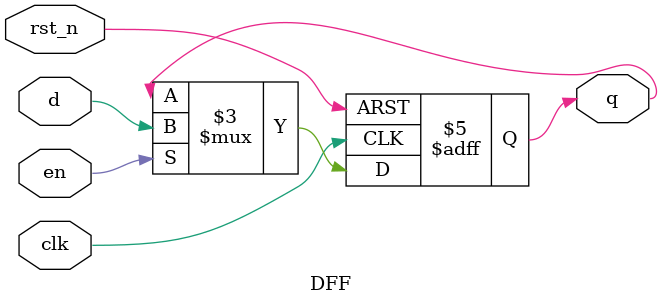
<source format=sv>
module DFF (
    clk,
    rst_n,
    en,
    d,
    q
);

  input clk, rst_n, en, d;

  output logic q;

  always @(posedge clk, negedge rst_n) begin
    if (~rst_n) q <= 'b0;
    else if (en) q <= d;

  end

endmodule

</source>
